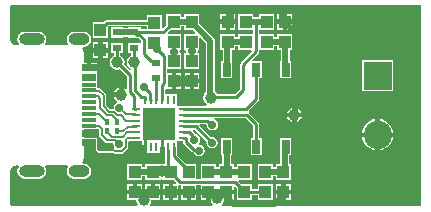
<source format=gtl>
G04*
G04 #@! TF.GenerationSoftware,Altium Limited,Altium Designer,20.1.12 (249)*
G04*
G04 Layer_Physical_Order=1*
G04 Layer_Color=255*
%FSLAX25Y25*%
%MOIN*%
G70*
G04*
G04 #@! TF.SameCoordinates,107415BC-DFEE-44E7-A37C-D126963BBEB2*
G04*
G04*
G04 #@! TF.FilePolarity,Positive*
G04*
G01*
G75*
%ADD10C,0.01000*%
%ADD14R,0.03937X0.04331*%
%ADD15C,0.03937*%
%ADD16R,0.02756X0.04724*%
%ADD17R,0.04528X0.01181*%
%ADD18R,0.01772X0.01968*%
%ADD19R,0.03150X0.02362*%
%ADD20R,0.00984X0.03150*%
%ADD21R,0.03150X0.00984*%
%ADD22R,0.10630X0.10630*%
%ADD37C,0.02000*%
%ADD38C,0.00700*%
%ADD39O,0.08661X0.03937*%
%ADD40O,0.07087X0.03937*%
%ADD41C,0.09449*%
%ADD42R,0.09449X0.09449*%
%ADD43C,0.02362*%
%ADD44C,0.02756*%
G36*
X2000Y68487D02*
X137000Y68487D01*
X138000Y68487D01*
X138029Y68492D01*
X138356Y68357D01*
X138492Y68028D01*
X138487Y68000D01*
X138487Y2000D01*
X138492Y1971D01*
X138356Y1643D01*
X138029Y1508D01*
X138000Y1513D01*
X72122D01*
X71970Y2013D01*
X72280Y2220D01*
X72750Y2924D01*
Y6154D01*
X73500D01*
Y6904D01*
X75968D01*
Y7719D01*
X76430Y7910D01*
X77031Y7309D01*
Y3488D01*
X81968D01*
Y5100D01*
X84031D01*
Y3488D01*
X88968D01*
Y8819D01*
X84031D01*
Y7139D01*
X81968D01*
Y8819D01*
X78406D01*
X77505Y9719D01*
X77697Y10181D01*
X81968D01*
Y15512D01*
X77031D01*
Y14376D01*
X75968D01*
Y15512D01*
X75108D01*
Y18342D01*
X75535D01*
Y24067D01*
X71780D01*
Y18342D01*
X72049D01*
Y15512D01*
X71031D01*
Y14376D01*
X69968D01*
Y15512D01*
X65031D01*
Y10486D01*
X63468D01*
Y15512D01*
X59973D01*
X57141Y18344D01*
Y21026D01*
X57113Y21164D01*
Y22987D01*
X58936D01*
X59074Y22959D01*
X59129D01*
Y22904D01*
X59207Y22514D01*
X59428Y22183D01*
X59769Y21841D01*
X59801Y21794D01*
X62080Y19515D01*
X62411Y19294D01*
X62614Y19254D01*
X62631Y19167D01*
X63046Y18546D01*
X63667Y18131D01*
X64400Y17985D01*
X65133Y18131D01*
X65754Y18546D01*
X66169Y19167D01*
X66315Y19900D01*
X66169Y20633D01*
X65754Y21254D01*
X65133Y21669D01*
X64566Y21782D01*
X64530Y21824D01*
X64360Y22224D01*
X64353Y22295D01*
X64669Y22767D01*
X64815Y23500D01*
X64669Y24233D01*
X64254Y24854D01*
X63633Y25269D01*
X63262Y25343D01*
X62209Y26396D01*
X62416Y26896D01*
X62962D01*
X66964Y22894D01*
X66885Y22500D01*
X67031Y21767D01*
X67446Y21146D01*
X68067Y20731D01*
X68800Y20585D01*
X69533Y20731D01*
X70154Y21146D01*
X70569Y21767D01*
X70715Y22500D01*
X70569Y23233D01*
X70154Y23854D01*
X69533Y24269D01*
X68800Y24415D01*
X68406Y24336D01*
X64377Y28365D01*
X64584Y28865D01*
X66618D01*
X66986Y28497D01*
X67131Y27767D01*
X67546Y27146D01*
X68167Y26731D01*
X68900Y26585D01*
X69633Y26731D01*
X70254Y27146D01*
X70669Y27767D01*
X70815Y28500D01*
X70669Y29233D01*
X70254Y29854D01*
X69633Y30269D01*
X69310Y30333D01*
X69359Y30833D01*
X80039D01*
X82480Y28392D01*
Y24067D01*
X81622D01*
Y18342D01*
X85378D01*
Y24067D01*
X84520D01*
Y28814D01*
X84442Y29204D01*
X84221Y29535D01*
X81182Y32574D01*
X81068Y32650D01*
X81022Y32741D01*
X80984Y33215D01*
X80996Y33254D01*
X84221Y36479D01*
X84442Y36810D01*
X84520Y37200D01*
Y43933D01*
X85378D01*
Y49657D01*
X82306D01*
X82099Y50157D01*
X84187Y52245D01*
X84408Y52576D01*
X84486Y52966D01*
Y53007D01*
X84531Y53488D01*
X84986Y53488D01*
X89468D01*
Y54624D01*
X90531D01*
Y53488D01*
X91642D01*
Y49657D01*
X91465D01*
Y43933D01*
X95221D01*
Y49657D01*
X94701D01*
Y53488D01*
X95468D01*
Y58819D01*
X90531D01*
Y57683D01*
X89468D01*
Y58819D01*
X84531Y58819D01*
X84486Y59300D01*
Y59700D01*
X84531Y60181D01*
X89468D01*
Y65512D01*
X84531D01*
Y64342D01*
X82468D01*
Y65512D01*
X77531D01*
Y60181D01*
X82447D01*
Y58819D01*
X77531D01*
Y57683D01*
X76468D01*
Y58819D01*
X71531D01*
Y53488D01*
X72299D01*
Y49657D01*
X71780D01*
Y43933D01*
X75535D01*
Y49657D01*
X75358D01*
Y53488D01*
X76468D01*
Y54624D01*
X77531D01*
Y53488D01*
X81839D01*
X82046Y52988D01*
X78279Y49221D01*
X78058Y48890D01*
X77980Y48500D01*
Y40422D01*
X76403Y38845D01*
X70316D01*
X70026Y39280D01*
X69742Y39470D01*
Y56437D01*
X69626Y57022D01*
X69294Y57518D01*
X64468Y62344D01*
Y65512D01*
X59531D01*
Y64342D01*
X58469D01*
Y65512D01*
X53531D01*
Y61820D01*
X52469Y60757D01*
X51968Y60964D01*
Y65165D01*
X47032D01*
Y63520D01*
X33803D01*
X33413Y63442D01*
X33082Y63221D01*
X32527Y62665D01*
X29032D01*
Y57335D01*
X33968D01*
Y61223D01*
X34225Y61480D01*
X47032D01*
Y60279D01*
X44975D01*
Y60940D01*
X40825D01*
Y60789D01*
X39175D01*
Y60940D01*
X35025D01*
Y57578D01*
X39175D01*
Y57730D01*
X40825D01*
Y57578D01*
X43483D01*
X43581Y57558D01*
X44075D01*
X44980Y56653D01*
Y56320D01*
X44975Y55822D01*
X40825D01*
Y52460D01*
X41880D01*
Y51588D01*
X41120Y51080D01*
X40575Y50263D01*
X40383Y49300D01*
X40575Y48337D01*
X41120Y47520D01*
X41786Y47076D01*
X41786Y46863D01*
X41285Y46657D01*
X39439Y48503D01*
X39617Y49400D01*
X39425Y50363D01*
X38880Y51180D01*
X38120Y51688D01*
Y52460D01*
X39175D01*
Y55822D01*
X35025D01*
Y52460D01*
X36080D01*
Y51688D01*
X35320Y51180D01*
X34775Y50363D01*
X34583Y49400D01*
X34775Y48437D01*
X35320Y47620D01*
X36137Y47075D01*
X37100Y46883D01*
X37997Y47061D01*
X40480Y44578D01*
Y40747D01*
X39980Y40480D01*
X39463Y40825D01*
X39250Y40868D01*
Y38500D01*
X38500D01*
Y37750D01*
X36132D01*
X36175Y37537D01*
X36720Y36720D01*
X37101Y36466D01*
X37123Y36299D01*
X37056Y35895D01*
X36546Y35554D01*
X36131Y34933D01*
X35985Y34200D01*
X36009Y34083D01*
X35581Y33667D01*
X34759D01*
X33467Y34959D01*
Y38312D01*
X33401Y38643D01*
X33213Y38925D01*
X31631Y40506D01*
X31350Y40694D01*
X31018Y40760D01*
X30524D01*
Y42768D01*
Y45917D01*
Y46258D01*
X27760D01*
Y47758D01*
D01*
Y47992D01*
X27010D01*
Y49132D01*
X26600Y49214D01*
X26400Y49174D01*
X26013Y49491D01*
Y52500D01*
X26033D01*
X25840Y53469D01*
X25531Y53932D01*
X25798Y54432D01*
X25949D01*
X26912Y54624D01*
X27729Y55169D01*
X28274Y55986D01*
X28466Y56949D01*
X28274Y57912D01*
X27729Y58728D01*
X26912Y59274D01*
X25949Y59466D01*
X22799D01*
X21836Y59274D01*
X21020Y58728D01*
X20474Y57912D01*
X20282Y56949D01*
X20474Y55986D01*
X20789Y55513D01*
X20522Y55013D01*
X13265D01*
X12998Y55513D01*
X13314Y55986D01*
X13505Y56949D01*
X13314Y57912D01*
X12768Y58728D01*
X11951Y59274D01*
X10988Y59466D01*
X6264D01*
X5301Y59274D01*
X4484Y58728D01*
X3938Y57912D01*
X3747Y56949D01*
X3938Y55986D01*
X4254Y55513D01*
X3987Y55013D01*
X3500D01*
X3500Y55013D01*
X3500Y55013D01*
X3031Y55089D01*
X2733Y55148D01*
X2083Y55583D01*
X1648Y56233D01*
X1505Y56956D01*
X1513Y57000D01*
Y68000D01*
X1508Y68028D01*
X1643Y68357D01*
X1971Y68492D01*
X2000Y68487D01*
D02*
G37*
G36*
X59531Y60181D02*
X62306D01*
X63206Y59281D01*
X63015Y58819D01*
X59531D01*
Y53488D01*
X59788D01*
X60106Y53102D01*
X60085Y53000D01*
X60106Y52898D01*
X59788Y52512D01*
X59531D01*
Y47181D01*
X64468D01*
Y52512D01*
X64212D01*
X63894Y52898D01*
X63915Y53000D01*
X63894Y53102D01*
X64212Y53488D01*
X64468D01*
Y57365D01*
X64930Y57556D01*
X66683Y55804D01*
Y39424D01*
X66467Y39280D01*
X65921Y38463D01*
X65730Y37500D01*
X65921Y36537D01*
X66467Y35720D01*
X67035Y35341D01*
X66883Y34841D01*
X59074D01*
X58936Y34813D01*
X57113D01*
Y38849D01*
X53204D01*
Y40124D01*
X53531Y40488D01*
X55250D01*
Y43154D01*
Y45819D01*
X53810D01*
Y47181D01*
X58469D01*
Y52512D01*
X58232D01*
X57914Y52898D01*
X57915Y52900D01*
X57875Y53102D01*
X58192Y53488D01*
X58469D01*
Y58819D01*
X54122D01*
X53914Y59319D01*
X54777Y60181D01*
X58469D01*
Y61283D01*
X59531D01*
Y60181D01*
D02*
G37*
G36*
X31063Y26867D02*
Y24977D01*
X31129Y24645D01*
X31317Y24364D01*
X33015Y22666D01*
X33296Y22478D01*
X33351Y22467D01*
X33628Y22412D01*
X35867D01*
X35785Y22000D01*
X35931Y21267D01*
X36000Y21164D01*
Y19710D01*
X31009Y19691D01*
X30500Y20200D01*
Y20917D01*
X30524D01*
Y21902D01*
Y24083D01*
X27257D01*
X27256Y24084D01*
X26600Y24214D01*
X26013Y24097D01*
Y27000D01*
X30930Y27000D01*
X31063Y26867D01*
D02*
G37*
G36*
X27150Y23553D02*
X27204Y23563D01*
X27257Y23541D01*
X29982D01*
Y20974D01*
X29959Y20917D01*
Y20200D01*
X29959Y20200D01*
X30052Y19976D01*
X30117Y19817D01*
X30117Y19817D01*
X30626Y19308D01*
X30627Y19308D01*
X30628Y19307D01*
X30818Y19229D01*
X31009Y19150D01*
X31010Y19150D01*
X31011Y19150D01*
X31730Y19153D01*
X31900Y19119D01*
X32076Y19154D01*
X34216Y19162D01*
X34432Y19119D01*
X34657Y19163D01*
X35648Y19167D01*
X35656Y19159D01*
X35937Y18971D01*
X36268Y18905D01*
X38000D01*
Y18901D01*
X38004Y18905D01*
X38623D01*
X38954Y18971D01*
X39236Y19159D01*
X40613Y20536D01*
X40801Y20818D01*
X40867Y21149D01*
Y22708D01*
X41251Y22987D01*
X45287D01*
Y21776D01*
X46279D01*
Y21026D01*
X47029D01*
Y18951D01*
X51434D01*
Y21026D01*
X52934D01*
Y18951D01*
X53099D01*
Y15512D01*
X52531D01*
Y15512D01*
X52433Y15431D01*
X52000Y15517D01*
X51567Y15431D01*
X51468Y15512D01*
Y15512D01*
X46532D01*
Y14342D01*
X45469D01*
Y15512D01*
X40532D01*
Y10181D01*
X45469D01*
Y11283D01*
X46532D01*
Y10181D01*
X51468D01*
Y10195D01*
X51855Y10512D01*
X52000Y10483D01*
X52145Y10512D01*
X52531Y10195D01*
Y10181D01*
X55959D01*
X56859Y9281D01*
X56668Y8819D01*
X55750D01*
Y6904D01*
X57468D01*
Y8140D01*
X57968Y8476D01*
X58116Y8447D01*
X58531D01*
Y6904D01*
X61000D01*
X63468D01*
Y8447D01*
X65031D01*
Y6904D01*
X67500D01*
Y6154D01*
X68250D01*
Y2924D01*
X68720Y2220D01*
X69030Y2013D01*
X68878Y1513D01*
X48243D01*
X47976Y2013D01*
X48325Y2537D01*
X48515Y3488D01*
X51468D01*
Y5404D01*
X49000D01*
Y6154D01*
X48250D01*
Y8819D01*
X46532D01*
Y6305D01*
X46145Y5988D01*
X46000Y6017D01*
X45855Y5988D01*
X45469Y6305D01*
Y8819D01*
X43750D01*
Y6154D01*
X43000D01*
Y5404D01*
X40532D01*
Y3488D01*
X43486D01*
X43675Y2537D01*
X44025Y2013D01*
X43757Y1513D01*
X2000D01*
X1971Y1508D01*
X1643Y1643D01*
X1508Y1971D01*
X1513Y2000D01*
Y13000D01*
X1505Y13044D01*
X1648Y13767D01*
X2083Y14417D01*
X2733Y14852D01*
X3031Y14911D01*
X3500Y14987D01*
X3500Y14987D01*
X3500Y14987D01*
X3987D01*
X4254Y14487D01*
X3938Y14014D01*
X3747Y13051D01*
X3938Y12088D01*
X4484Y11271D01*
X5301Y10726D01*
X6264Y10534D01*
X10988D01*
X11951Y10726D01*
X12768Y11271D01*
X13314Y12088D01*
X13505Y13051D01*
X13314Y14014D01*
X12998Y14487D01*
X13265Y14987D01*
X20522D01*
X20789Y14487D01*
X20474Y14014D01*
X20282Y13051D01*
X20474Y12088D01*
X21020Y11271D01*
X21836Y10726D01*
X22799Y10534D01*
X25949D01*
X26912Y10726D01*
X27729Y11271D01*
X28274Y12088D01*
X28466Y13051D01*
X28274Y14014D01*
X27729Y14831D01*
X26912Y15376D01*
X26291Y15500D01*
D01*
X25949Y15568D01*
X25798D01*
X25531Y16068D01*
X25840Y16531D01*
X26033Y17500D01*
X26013D01*
Y20509D01*
Y23078D01*
X26119Y23566D01*
X26600Y23662D01*
X27150Y23553D01*
D02*
G37*
%LPC*%
G36*
X95468Y65512D02*
X93750D01*
Y63596D01*
X95468D01*
Y65512D01*
D02*
G37*
G36*
X76468D02*
X74750D01*
Y63596D01*
X76468D01*
Y65512D01*
D02*
G37*
G36*
X92250D02*
X90531D01*
Y63596D01*
X92250D01*
Y65512D01*
D02*
G37*
G36*
X73250D02*
X71531D01*
Y63596D01*
X73250D01*
Y65512D01*
D02*
G37*
G36*
X95468Y62097D02*
X93750D01*
Y60181D01*
X95468D01*
Y62097D01*
D02*
G37*
G36*
X92250D02*
X90531D01*
Y60181D01*
X92250D01*
Y62097D01*
D02*
G37*
G36*
X76468D02*
X74750D01*
Y60181D01*
X76468D01*
Y62097D01*
D02*
G37*
G36*
X73250D02*
X71531D01*
Y60181D01*
X73250D01*
Y62097D01*
D02*
G37*
G36*
X33968Y55972D02*
X32250D01*
Y54057D01*
X33968D01*
Y55972D01*
D02*
G37*
G36*
X30750D02*
X29032D01*
Y54057D01*
X30750D01*
Y55972D01*
D02*
G37*
G36*
X33968Y52557D02*
X32250D01*
Y50642D01*
X33968D01*
Y52557D01*
D02*
G37*
G36*
X30750D02*
X29032D01*
Y50642D01*
X30750D01*
Y52557D01*
D02*
G37*
G36*
X30524Y49083D02*
X28510D01*
Y48742D01*
X30524D01*
Y49083D01*
D02*
G37*
G36*
X129161Y50067D02*
X118713D01*
Y39618D01*
X129161D01*
Y50067D01*
D02*
G37*
G36*
X37750Y40868D02*
X37537Y40825D01*
X36720Y40280D01*
X36175Y39463D01*
X36132Y39250D01*
X37750D01*
Y40868D01*
D02*
G37*
G36*
X96984Y34102D02*
Y32484D01*
X98602D01*
X98559Y32697D01*
X98014Y33514D01*
X97197Y34060D01*
X96984Y34102D01*
D02*
G37*
G36*
X95484D02*
X95271Y34060D01*
X94455Y33514D01*
X93909Y32697D01*
X93867Y32484D01*
X95484D01*
Y34102D01*
D02*
G37*
G36*
X98602Y30984D02*
X96984D01*
Y29367D01*
X97197Y29409D01*
X98014Y29955D01*
X98559Y30771D01*
X98602Y30984D01*
D02*
G37*
G36*
X95484D02*
X93867D01*
X93909Y30771D01*
X94455Y29955D01*
X95271Y29409D01*
X95484Y29367D01*
Y30984D01*
D02*
G37*
G36*
X124687Y30328D02*
Y25907D01*
X129108D01*
X129027Y26521D01*
X128500Y27792D01*
X127663Y28884D01*
X126572Y29721D01*
X125301Y30247D01*
X124687Y30328D01*
D02*
G37*
G36*
X123187D02*
X122573Y30247D01*
X121302Y29721D01*
X120211Y28884D01*
X119374Y27792D01*
X118847Y26521D01*
X118766Y25907D01*
X123187D01*
Y30328D01*
D02*
G37*
G36*
Y24408D02*
X118766D01*
X118847Y23794D01*
X119374Y22523D01*
X120211Y21431D01*
X121302Y20594D01*
X122573Y20067D01*
X123187Y19987D01*
Y24408D01*
D02*
G37*
G36*
X129108D02*
X124687D01*
Y19987D01*
X125301Y20067D01*
X126572Y20594D01*
X127663Y21431D01*
X128500Y22523D01*
X129027Y23794D01*
X129108Y24408D01*
D02*
G37*
G36*
X95221Y24067D02*
X91465D01*
Y20975D01*
X91435Y20827D01*
Y15512D01*
X90031D01*
Y14376D01*
X88968D01*
Y15512D01*
X84031D01*
Y10181D01*
X88968D01*
Y11317D01*
X90031D01*
Y10181D01*
X94968D01*
Y15512D01*
X94494D01*
Y18342D01*
X95221D01*
Y24067D01*
D02*
G37*
G36*
X94968Y8819D02*
X93250D01*
Y6904D01*
X94968D01*
Y8819D01*
D02*
G37*
G36*
X91750D02*
X90031D01*
Y6904D01*
X91750D01*
Y8819D01*
D02*
G37*
G36*
X94968Y5404D02*
X93250D01*
Y3488D01*
X94968D01*
Y5404D01*
D02*
G37*
G36*
X91750D02*
X90031D01*
Y3488D01*
X91750D01*
Y5404D01*
D02*
G37*
G36*
X75968D02*
X74250D01*
Y3488D01*
X75968D01*
Y5404D01*
D02*
G37*
G36*
X64468Y45819D02*
X62750D01*
Y43904D01*
X64468D01*
Y45819D01*
D02*
G37*
G36*
Y42404D02*
X62750D01*
Y40488D01*
X64468D01*
Y42404D01*
D02*
G37*
G36*
X61250Y45819D02*
X59750D01*
Y43000D01*
Y40488D01*
X61250D01*
Y43154D01*
Y45819D01*
D02*
G37*
G36*
X58250D02*
X56750D01*
Y43154D01*
Y40488D01*
X58250D01*
Y43000D01*
Y45819D01*
D02*
G37*
G36*
X45529Y20276D02*
X45287D01*
Y18951D01*
X45529D01*
Y20276D01*
D02*
G37*
G36*
X38000Y18080D02*
Y18060D01*
X38013D01*
X38000Y18080D01*
D02*
G37*
G36*
X38013Y16560D02*
X38000D01*
Y16541D01*
X38013Y16560D01*
D02*
G37*
G36*
X54250Y8819D02*
X52531D01*
Y6904D01*
X54250D01*
Y8819D01*
D02*
G37*
G36*
X51468Y8819D02*
X49750D01*
Y6904D01*
X51468D01*
Y8819D01*
D02*
G37*
G36*
X42250D02*
X40532D01*
Y6904D01*
X42250D01*
Y8819D01*
D02*
G37*
G36*
X66750Y5404D02*
X65031D01*
Y3488D01*
X66750D01*
Y5404D01*
D02*
G37*
G36*
X63468D02*
X61750D01*
Y3488D01*
X63468D01*
Y5404D01*
D02*
G37*
G36*
X60250D02*
X58531D01*
Y3488D01*
X60250D01*
Y5404D01*
D02*
G37*
G36*
X57468D02*
X55750D01*
Y3488D01*
X57468D01*
Y5404D01*
D02*
G37*
G36*
X54250D02*
X52531D01*
Y3488D01*
X54250D01*
Y5404D01*
D02*
G37*
%LPD*%
D10*
X33803Y62500D02*
X49500D01*
X31500Y60197D02*
X33803Y62500D01*
X31500Y60000D02*
Y60197D01*
X52184Y21026D02*
Y27916D01*
X56000Y62650D02*
Y62846D01*
X54532Y61181D02*
X56000Y62650D01*
X54335Y61181D02*
X54532D01*
X52413Y59259D02*
X54335Y61181D01*
X42900Y59259D02*
X52413D01*
X76826Y37826D02*
X79000Y40000D01*
Y48500D02*
X83466Y52966D01*
X79000Y40000D02*
Y48500D01*
X68572Y37826D02*
X76826D01*
X68247Y37500D02*
X68572Y37826D01*
X83466Y52966D02*
Y62813D01*
X54119Y13727D02*
Y19925D01*
X56468Y11113D02*
Y11378D01*
Y11113D02*
X58116Y9466D01*
X76317D02*
X77964Y7819D01*
X78031D01*
X79500Y6154D02*
Y6350D01*
X54119Y19925D02*
X54145Y19951D01*
X54119Y13727D02*
X55000Y12846D01*
X56468Y11378D01*
X58116Y9466D02*
X76317D01*
X86466Y6120D02*
X86500Y6154D01*
X79500D02*
X79534Y6120D01*
X78031Y7819D02*
X79500Y6350D01*
X79534Y6120D02*
X86466D01*
X59074Y33821D02*
X80121D01*
X83500Y37200D01*
X44498Y58578D02*
X46000Y57076D01*
X43581Y58578D02*
X44498D01*
X46000Y52000D02*
Y57076D01*
X49535Y49740D02*
X50216Y49059D01*
X48260Y49740D02*
X49535D01*
X46000Y52000D02*
X48260Y49740D01*
X42900Y59259D02*
X43581Y58578D01*
X46287Y21034D02*
Y23987D01*
X51200Y28900D01*
X46279Y21026D02*
X46287Y21034D01*
X51200Y28900D02*
X52184Y27916D01*
X37100Y49400D02*
X41500Y45000D01*
Y39431D02*
Y45000D01*
X37100Y49400D02*
Y49400D01*
X41500Y39431D02*
X42900Y38031D01*
Y33829D02*
Y38031D01*
X42908Y33821D02*
X43326D01*
X42900Y33829D02*
X42908Y33821D01*
X43000Y40053D02*
X45204Y37849D01*
X43000Y40053D02*
Y49036D01*
X45204Y37849D02*
X46271D01*
X46279Y37841D01*
Y36774D02*
Y37841D01*
X46100Y41200D02*
X48239Y39061D01*
Y36782D02*
Y39061D01*
X42900Y49136D02*
X43000Y49036D01*
X42900Y49136D02*
Y54141D01*
X48239Y36782D02*
X48247Y36774D01*
X37100Y49400D02*
Y54141D01*
X61224Y25939D02*
X62564Y24599D01*
X59082Y25939D02*
X61224D01*
X59074Y25947D02*
X59082Y25939D01*
X50400Y53800D02*
X52791Y51409D01*
Y42346D02*
Y51409D01*
X52184Y36774D02*
Y41739D01*
X52791Y42346D01*
X62000Y53000D02*
Y56154D01*
Y49847D02*
Y53000D01*
X56000Y52900D02*
Y56154D01*
X63384Y27916D02*
X68800Y22500D01*
X59074Y27916D02*
X63384D01*
X60522Y22515D02*
Y22531D01*
X60149Y22904D02*
X60522Y22531D01*
X60149Y22904D02*
Y23971D01*
X60522Y22515D02*
X62801Y20236D01*
X68425Y28500D02*
X68900D01*
X67041Y29884D02*
X68425Y28500D01*
X59074Y29884D02*
X67041D01*
X59074Y23979D02*
X60141D01*
X60149Y23971D01*
X62801Y20236D02*
X64064D01*
X64400Y19900D01*
X56000Y49847D02*
Y52900D01*
X50216Y36774D02*
Y43941D01*
X83500Y37200D02*
Y46795D01*
Y21205D02*
Y28814D01*
X59074Y31853D02*
X80462D01*
X83500Y28814D01*
X56121Y17922D02*
Y21026D01*
Y17922D02*
X61000Y13043D01*
Y12846D02*
Y13043D01*
D14*
X49500Y55807D02*
D03*
Y62500D02*
D03*
X31500Y53307D02*
D03*
Y60000D02*
D03*
X93000Y62846D02*
D03*
Y56154D02*
D03*
X73500Y6154D02*
D03*
Y12846D02*
D03*
X67500Y6154D02*
D03*
Y12846D02*
D03*
X92500Y6154D02*
D03*
Y12846D02*
D03*
X62000Y43154D02*
D03*
Y49847D02*
D03*
X56000Y43154D02*
D03*
Y49847D02*
D03*
X74000Y62846D02*
D03*
Y56154D02*
D03*
X62000Y56154D02*
D03*
Y62846D02*
D03*
X56000Y56154D02*
D03*
Y62846D02*
D03*
X86500Y12846D02*
D03*
Y6154D02*
D03*
X79500Y12846D02*
D03*
Y6154D02*
D03*
X87000Y56154D02*
D03*
Y62846D02*
D03*
X80000Y56154D02*
D03*
Y62846D02*
D03*
X61000Y6154D02*
D03*
Y12846D02*
D03*
X55000Y6154D02*
D03*
Y12846D02*
D03*
X49000Y12846D02*
D03*
Y6154D02*
D03*
X43000Y12846D02*
D03*
Y6154D02*
D03*
D15*
X42900Y49300D02*
D03*
X37100Y49400D02*
D03*
X70500Y4000D02*
D03*
X38500Y38500D02*
D03*
X46000Y3500D02*
D03*
X96234Y31734D02*
D03*
X54000Y26000D02*
D03*
X48500Y31500D02*
D03*
X68247Y37500D02*
D03*
X52000Y13000D02*
D03*
X59000Y43000D02*
D03*
D16*
X73658Y46795D02*
D03*
X93343D02*
D03*
X83500D02*
D03*
X73658Y21205D02*
D03*
X93343D02*
D03*
X83500D02*
D03*
D17*
X27760Y47992D02*
D03*
Y41890D02*
D03*
Y39921D02*
D03*
Y35984D02*
D03*
Y43858D02*
D03*
Y44842D02*
D03*
Y47008D02*
D03*
Y37953D02*
D03*
Y22008D02*
D03*
Y28110D02*
D03*
Y30079D02*
D03*
Y34016D02*
D03*
Y26142D02*
D03*
Y25157D02*
D03*
Y22992D02*
D03*
Y32047D02*
D03*
D18*
X37166Y26313D02*
D03*
Y29266D02*
D03*
X33666Y26313D02*
D03*
Y29266D02*
D03*
D19*
X50216Y49059D02*
D03*
Y43941D02*
D03*
X37100Y54141D02*
D03*
Y59259D02*
D03*
X42900Y54141D02*
D03*
Y59259D02*
D03*
D20*
X46279Y36774D02*
D03*
X48247D02*
D03*
X50216D02*
D03*
X48247Y21026D02*
D03*
X46279D02*
D03*
X56121Y36774D02*
D03*
X52184D02*
D03*
X54153D02*
D03*
Y21026D02*
D03*
X56121D02*
D03*
X50216D02*
D03*
X52184D02*
D03*
D21*
X43326Y33821D02*
D03*
Y27916D02*
D03*
Y31853D02*
D03*
Y25947D02*
D03*
Y23979D02*
D03*
Y29884D02*
D03*
X59074Y33821D02*
D03*
Y27916D02*
D03*
Y31853D02*
D03*
Y29884D02*
D03*
Y23979D02*
D03*
Y25947D02*
D03*
D22*
X51200Y28900D02*
D03*
D37*
X96469Y31969D02*
Y59181D01*
X93000Y62650D02*
X96469Y59181D01*
X96234Y31734D02*
X96469Y31969D01*
X93000Y62650D02*
Y62846D01*
X74968Y63815D02*
Y65828D01*
X76140Y67000D02*
X90860D01*
X74000Y62846D02*
X74968Y63815D01*
Y65828D02*
X76140Y67000D01*
X92032Y63815D02*
Y65828D01*
X90860Y67000D02*
X92032Y65828D01*
Y63815D02*
X93000Y62846D01*
X80000Y62846D02*
X80034Y62813D01*
X43034Y12813D02*
X48966D01*
X56034Y62813D02*
X61769D01*
X62034Y62616D02*
X68213Y56437D01*
X49000Y12846D02*
X55000D01*
X68213Y37534D02*
Y56437D01*
X48966Y12813D02*
X49000Y12846D01*
X61769Y62813D02*
X61966Y62616D01*
X62034D01*
X83466Y62813D02*
X86966D01*
X56000Y62846D02*
X56034Y62813D01*
X43000Y12846D02*
X43034Y12813D01*
X80034Y62813D02*
X83466D01*
X86966D02*
X87000Y62846D01*
X56000Y43154D02*
X56077Y43077D01*
X58923D01*
X59000Y43000D01*
X37100Y59259D02*
X42900D01*
X91531Y3731D02*
Y5185D01*
X89900Y2100D02*
X91531Y3731D01*
X75640Y2100D02*
X89900D01*
X91531Y5185D02*
X92500Y6154D01*
X74468Y3272D02*
Y5185D01*
Y3272D02*
X75640Y2100D01*
X73500Y6154D02*
X74468Y5185D01*
X43000Y6154D02*
X55000D01*
X67500D02*
X73500D01*
X61000D02*
X67500D01*
X55000D02*
X61000D01*
X43000Y6154D02*
X43000Y6154D01*
X87000Y56154D02*
X87000Y56154D01*
X93000D01*
X93171Y46966D02*
X93343Y46795D01*
X93171Y46966D02*
Y55982D01*
X93000Y56154D02*
X93171Y55982D01*
X80000Y56154D02*
X80000Y56154D01*
X74000Y56154D02*
X80000D01*
X73658Y46795D02*
X73829Y46966D01*
Y55982D01*
X74000Y56154D01*
X86500Y12846D02*
X86500Y12846D01*
X92500D01*
X92965Y20827D02*
X93343Y21205D01*
X92965Y13311D02*
Y20827D01*
X92500Y12846D02*
X92965Y13311D01*
X73500Y12846D02*
X79500D01*
X67500D02*
X73500D01*
X79500D02*
X79500Y12846D01*
X73579Y21126D02*
X73658Y21205D01*
X73579Y12925D02*
Y21126D01*
X73500Y12846D02*
X73579Y12925D01*
D38*
X36268Y19772D02*
X38623D01*
X35870Y20136D02*
X35904D01*
X36268Y19772D01*
X34432Y21034D02*
X34973D01*
X35870Y20136D01*
X38623Y19772D02*
X40000Y21149D01*
X36421Y23279D02*
X37700Y22000D01*
X33628Y23279D02*
X36421D01*
X40000Y21149D02*
Y23569D01*
X40410Y23979D02*
X43326D01*
X40000Y23569D02*
X40410Y23979D01*
X40494Y25947D02*
X43326D01*
X39026Y24479D02*
X40494Y25947D01*
X35402Y24479D02*
X39026D01*
X33666Y26215D02*
X35402Y24479D01*
X33666Y26215D02*
Y26313D01*
X31930Y24977D02*
X33628Y23279D01*
X31074Y28082D02*
X31930Y27226D01*
X27788Y28082D02*
X31074D01*
X31930Y24977D02*
Y27226D01*
X27760Y28110D02*
X27788Y28082D01*
X37900Y34200D02*
X40121Y31979D01*
X37900Y34200D02*
X37900D01*
X40121Y31979D02*
X43200D01*
X38302Y31718D02*
X40136Y29884D01*
X36982Y31718D02*
X38302D01*
X35936Y32764D02*
X36982Y31718D01*
X35842Y32764D02*
X35936D01*
X35806Y32800D02*
X35842Y32764D01*
X34400Y32800D02*
X35806D01*
X36630Y29802D02*
Y30279D01*
X35309Y31600D02*
X36630Y30279D01*
X33834Y31600D02*
X35309D01*
X36630Y29802D02*
X37166Y29266D01*
X32600Y34600D02*
Y38312D01*
Y34600D02*
X34400Y32800D01*
X31018Y39893D02*
X32600Y38312D01*
X27788Y39893D02*
X31018D01*
X40136Y29884D02*
X43326D01*
X39163Y26313D02*
X40701Y27851D01*
X37166Y26313D02*
X39163D01*
X31400Y34034D02*
X33834Y31600D01*
X31400Y34034D02*
Y37108D01*
X30583Y37925D02*
X31400Y37108D01*
X27760Y39921D02*
X27788Y39893D01*
X27760Y37953D02*
X27788Y37925D01*
X30583D01*
X33666Y29266D02*
Y29364D01*
X30983Y32047D02*
X33666Y29364D01*
X27760Y32047D02*
X30983D01*
X40701Y27851D02*
X43261D01*
X43326Y27916D01*
X43200Y31979D02*
X43326Y31853D01*
D39*
X8626Y13051D02*
D03*
Y56949D02*
D03*
D40*
X24374Y13051D02*
D03*
Y56949D02*
D03*
D41*
X123937Y25157D02*
D03*
D42*
Y44842D02*
D03*
D43*
X26600Y44350D02*
D03*
Y47500D02*
D03*
Y25650D02*
D03*
X31000Y17310D02*
D03*
X33746D02*
D03*
X36492D02*
D03*
X26600Y22500D02*
D03*
D44*
X34432Y21034D02*
D03*
X31900D02*
D03*
X37700Y22000D02*
D03*
X37900Y34200D02*
D03*
X46100Y41200D02*
D03*
X50400Y53800D02*
D03*
X62900Y23500D02*
D03*
X62000Y53000D02*
D03*
X64400Y19900D02*
D03*
X68800Y22500D02*
D03*
X56000Y52900D02*
D03*
X68900Y28500D02*
D03*
M02*

</source>
